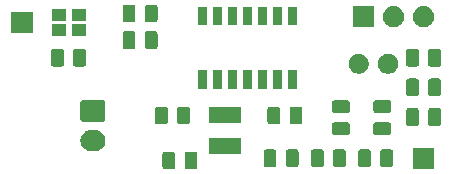
<source format=gbr>
G04 #@! TF.GenerationSoftware,KiCad,Pcbnew,5.0.2-bee76a0~70~ubuntu16.04.1*
G04 #@! TF.CreationDate,2019-07-30T15:32:40+02:00*
G04 #@! TF.ProjectId,hw-TS1B,68772d54-5331-4422-9e6b-696361645f70,rev?*
G04 #@! TF.SameCoordinates,Original*
G04 #@! TF.FileFunction,Soldermask,Top*
G04 #@! TF.FilePolarity,Negative*
%FSLAX46Y46*%
G04 Gerber Fmt 4.6, Leading zero omitted, Abs format (unit mm)*
G04 Created by KiCad (PCBNEW 5.0.2-bee76a0~70~ubuntu16.04.1) date Tue 30 Jul 2019 03:32:40 PM CEST*
%MOMM*%
%LPD*%
G01*
G04 APERTURE LIST*
%ADD10C,0.100000*%
G04 APERTURE END LIST*
D10*
G36*
X167679466Y-82438565D02*
X167718137Y-82450296D01*
X167753779Y-82469348D01*
X167785017Y-82494983D01*
X167810652Y-82526221D01*
X167829704Y-82561863D01*
X167841435Y-82600534D01*
X167846000Y-82646888D01*
X167846000Y-83723112D01*
X167841435Y-83769466D01*
X167829704Y-83808137D01*
X167810652Y-83843779D01*
X167785017Y-83875017D01*
X167753779Y-83900652D01*
X167718137Y-83919704D01*
X167679466Y-83931435D01*
X167633112Y-83936000D01*
X166981888Y-83936000D01*
X166935534Y-83931435D01*
X166896863Y-83919704D01*
X166861221Y-83900652D01*
X166829983Y-83875017D01*
X166804348Y-83843779D01*
X166785296Y-83808137D01*
X166773565Y-83769466D01*
X166769000Y-83723112D01*
X166769000Y-82646888D01*
X166773565Y-82600534D01*
X166785296Y-82561863D01*
X166804348Y-82526221D01*
X166829983Y-82494983D01*
X166861221Y-82469348D01*
X166896863Y-82450296D01*
X166935534Y-82438565D01*
X166981888Y-82434000D01*
X167633112Y-82434000D01*
X167679466Y-82438565D01*
X167679466Y-82438565D01*
G37*
G36*
X165804466Y-82438565D02*
X165843137Y-82450296D01*
X165878779Y-82469348D01*
X165910017Y-82494983D01*
X165935652Y-82526221D01*
X165954704Y-82561863D01*
X165966435Y-82600534D01*
X165971000Y-82646888D01*
X165971000Y-83723112D01*
X165966435Y-83769466D01*
X165954704Y-83808137D01*
X165935652Y-83843779D01*
X165910017Y-83875017D01*
X165878779Y-83900652D01*
X165843137Y-83919704D01*
X165804466Y-83931435D01*
X165758112Y-83936000D01*
X165106888Y-83936000D01*
X165060534Y-83931435D01*
X165021863Y-83919704D01*
X164986221Y-83900652D01*
X164954983Y-83875017D01*
X164929348Y-83843779D01*
X164910296Y-83808137D01*
X164898565Y-83769466D01*
X164894000Y-83723112D01*
X164894000Y-82646888D01*
X164898565Y-82600534D01*
X164910296Y-82561863D01*
X164929348Y-82526221D01*
X164954983Y-82494983D01*
X164986221Y-82469348D01*
X165021863Y-82450296D01*
X165060534Y-82438565D01*
X165106888Y-82434000D01*
X165758112Y-82434000D01*
X165804466Y-82438565D01*
X165804466Y-82438565D01*
G37*
G36*
X187901000Y-83901000D02*
X186099000Y-83901000D01*
X186099000Y-82099000D01*
X187901000Y-82099000D01*
X187901000Y-83901000D01*
X187901000Y-83901000D01*
G37*
G36*
X180246966Y-82253565D02*
X180285637Y-82265296D01*
X180321279Y-82284348D01*
X180352517Y-82309983D01*
X180378152Y-82341221D01*
X180397204Y-82376863D01*
X180408935Y-82415534D01*
X180413500Y-82461888D01*
X180413500Y-83538112D01*
X180408935Y-83584466D01*
X180397204Y-83623137D01*
X180378152Y-83658779D01*
X180352517Y-83690017D01*
X180321279Y-83715652D01*
X180285637Y-83734704D01*
X180246966Y-83746435D01*
X180200612Y-83751000D01*
X179549388Y-83751000D01*
X179503034Y-83746435D01*
X179464363Y-83734704D01*
X179428721Y-83715652D01*
X179397483Y-83690017D01*
X179371848Y-83658779D01*
X179352796Y-83623137D01*
X179341065Y-83584466D01*
X179336500Y-83538112D01*
X179336500Y-82461888D01*
X179341065Y-82415534D01*
X179352796Y-82376863D01*
X179371848Y-82341221D01*
X179397483Y-82309983D01*
X179428721Y-82284348D01*
X179464363Y-82265296D01*
X179503034Y-82253565D01*
X179549388Y-82249000D01*
X180200612Y-82249000D01*
X180246966Y-82253565D01*
X180246966Y-82253565D01*
G37*
G36*
X182371966Y-82253565D02*
X182410637Y-82265296D01*
X182446279Y-82284348D01*
X182477517Y-82309983D01*
X182503152Y-82341221D01*
X182522204Y-82376863D01*
X182533935Y-82415534D01*
X182538500Y-82461888D01*
X182538500Y-83538112D01*
X182533935Y-83584466D01*
X182522204Y-83623137D01*
X182503152Y-83658779D01*
X182477517Y-83690017D01*
X182446279Y-83715652D01*
X182410637Y-83734704D01*
X182371966Y-83746435D01*
X182325612Y-83751000D01*
X181674388Y-83751000D01*
X181628034Y-83746435D01*
X181589363Y-83734704D01*
X181553721Y-83715652D01*
X181522483Y-83690017D01*
X181496848Y-83658779D01*
X181477796Y-83623137D01*
X181466065Y-83584466D01*
X181461500Y-83538112D01*
X181461500Y-82461888D01*
X181466065Y-82415534D01*
X181477796Y-82376863D01*
X181496848Y-82341221D01*
X181522483Y-82309983D01*
X181553721Y-82284348D01*
X181589363Y-82265296D01*
X181628034Y-82253565D01*
X181674388Y-82249000D01*
X182325612Y-82249000D01*
X182371966Y-82253565D01*
X182371966Y-82253565D01*
G37*
G36*
X184246966Y-82253565D02*
X184285637Y-82265296D01*
X184321279Y-82284348D01*
X184352517Y-82309983D01*
X184378152Y-82341221D01*
X184397204Y-82376863D01*
X184408935Y-82415534D01*
X184413500Y-82461888D01*
X184413500Y-83538112D01*
X184408935Y-83584466D01*
X184397204Y-83623137D01*
X184378152Y-83658779D01*
X184352517Y-83690017D01*
X184321279Y-83715652D01*
X184285637Y-83734704D01*
X184246966Y-83746435D01*
X184200612Y-83751000D01*
X183549388Y-83751000D01*
X183503034Y-83746435D01*
X183464363Y-83734704D01*
X183428721Y-83715652D01*
X183397483Y-83690017D01*
X183371848Y-83658779D01*
X183352796Y-83623137D01*
X183341065Y-83584466D01*
X183336500Y-83538112D01*
X183336500Y-82461888D01*
X183341065Y-82415534D01*
X183352796Y-82376863D01*
X183371848Y-82341221D01*
X183397483Y-82309983D01*
X183428721Y-82284348D01*
X183464363Y-82265296D01*
X183503034Y-82253565D01*
X183549388Y-82249000D01*
X184200612Y-82249000D01*
X184246966Y-82253565D01*
X184246966Y-82253565D01*
G37*
G36*
X176246966Y-82253565D02*
X176285637Y-82265296D01*
X176321279Y-82284348D01*
X176352517Y-82309983D01*
X176378152Y-82341221D01*
X176397204Y-82376863D01*
X176408935Y-82415534D01*
X176413500Y-82461888D01*
X176413500Y-83538112D01*
X176408935Y-83584466D01*
X176397204Y-83623137D01*
X176378152Y-83658779D01*
X176352517Y-83690017D01*
X176321279Y-83715652D01*
X176285637Y-83734704D01*
X176246966Y-83746435D01*
X176200612Y-83751000D01*
X175549388Y-83751000D01*
X175503034Y-83746435D01*
X175464363Y-83734704D01*
X175428721Y-83715652D01*
X175397483Y-83690017D01*
X175371848Y-83658779D01*
X175352796Y-83623137D01*
X175341065Y-83584466D01*
X175336500Y-83538112D01*
X175336500Y-82461888D01*
X175341065Y-82415534D01*
X175352796Y-82376863D01*
X175371848Y-82341221D01*
X175397483Y-82309983D01*
X175428721Y-82284348D01*
X175464363Y-82265296D01*
X175503034Y-82253565D01*
X175549388Y-82249000D01*
X176200612Y-82249000D01*
X176246966Y-82253565D01*
X176246966Y-82253565D01*
G37*
G36*
X174371966Y-82253565D02*
X174410637Y-82265296D01*
X174446279Y-82284348D01*
X174477517Y-82309983D01*
X174503152Y-82341221D01*
X174522204Y-82376863D01*
X174533935Y-82415534D01*
X174538500Y-82461888D01*
X174538500Y-83538112D01*
X174533935Y-83584466D01*
X174522204Y-83623137D01*
X174503152Y-83658779D01*
X174477517Y-83690017D01*
X174446279Y-83715652D01*
X174410637Y-83734704D01*
X174371966Y-83746435D01*
X174325612Y-83751000D01*
X173674388Y-83751000D01*
X173628034Y-83746435D01*
X173589363Y-83734704D01*
X173553721Y-83715652D01*
X173522483Y-83690017D01*
X173496848Y-83658779D01*
X173477796Y-83623137D01*
X173466065Y-83584466D01*
X173461500Y-83538112D01*
X173461500Y-82461888D01*
X173466065Y-82415534D01*
X173477796Y-82376863D01*
X173496848Y-82341221D01*
X173522483Y-82309983D01*
X173553721Y-82284348D01*
X173589363Y-82265296D01*
X173628034Y-82253565D01*
X173674388Y-82249000D01*
X174325612Y-82249000D01*
X174371966Y-82253565D01*
X174371966Y-82253565D01*
G37*
G36*
X178371966Y-82253565D02*
X178410637Y-82265296D01*
X178446279Y-82284348D01*
X178477517Y-82309983D01*
X178503152Y-82341221D01*
X178522204Y-82376863D01*
X178533935Y-82415534D01*
X178538500Y-82461888D01*
X178538500Y-83538112D01*
X178533935Y-83584466D01*
X178522204Y-83623137D01*
X178503152Y-83658779D01*
X178477517Y-83690017D01*
X178446279Y-83715652D01*
X178410637Y-83734704D01*
X178371966Y-83746435D01*
X178325612Y-83751000D01*
X177674388Y-83751000D01*
X177628034Y-83746435D01*
X177589363Y-83734704D01*
X177553721Y-83715652D01*
X177522483Y-83690017D01*
X177496848Y-83658779D01*
X177477796Y-83623137D01*
X177466065Y-83584466D01*
X177461500Y-83538112D01*
X177461500Y-82461888D01*
X177466065Y-82415534D01*
X177477796Y-82376863D01*
X177496848Y-82341221D01*
X177522483Y-82309983D01*
X177553721Y-82284348D01*
X177589363Y-82265296D01*
X177628034Y-82253565D01*
X177674388Y-82249000D01*
X178325612Y-82249000D01*
X178371966Y-82253565D01*
X178371966Y-82253565D01*
G37*
G36*
X171506000Y-82616000D02*
X168854000Y-82616000D01*
X168854000Y-81294000D01*
X171506000Y-81294000D01*
X171506000Y-82616000D01*
X171506000Y-82616000D01*
G37*
G36*
X159260443Y-80605519D02*
X159326627Y-80612037D01*
X159439853Y-80646384D01*
X159496467Y-80663557D01*
X159635087Y-80737652D01*
X159652991Y-80747222D01*
X159679832Y-80769250D01*
X159790186Y-80859814D01*
X159861145Y-80946279D01*
X159902778Y-80997009D01*
X159912348Y-81014913D01*
X159986443Y-81153533D01*
X159986443Y-81153534D01*
X160037963Y-81323373D01*
X160055359Y-81500000D01*
X160037963Y-81676627D01*
X160003616Y-81789853D01*
X159986443Y-81846467D01*
X159912348Y-81985087D01*
X159902778Y-82002991D01*
X159873448Y-82038729D01*
X159790186Y-82140186D01*
X159688729Y-82223448D01*
X159652991Y-82252778D01*
X159652989Y-82252779D01*
X159496467Y-82336443D01*
X159439853Y-82353616D01*
X159326627Y-82387963D01*
X159260442Y-82394482D01*
X159194260Y-82401000D01*
X158805740Y-82401000D01*
X158739558Y-82394482D01*
X158673373Y-82387963D01*
X158560147Y-82353616D01*
X158503533Y-82336443D01*
X158347011Y-82252779D01*
X158347009Y-82252778D01*
X158311271Y-82223448D01*
X158209814Y-82140186D01*
X158126552Y-82038729D01*
X158097222Y-82002991D01*
X158087652Y-81985087D01*
X158013557Y-81846467D01*
X157996384Y-81789853D01*
X157962037Y-81676627D01*
X157944641Y-81500000D01*
X157962037Y-81323373D01*
X158013557Y-81153534D01*
X158013557Y-81153533D01*
X158087652Y-81014913D01*
X158097222Y-80997009D01*
X158138855Y-80946279D01*
X158209814Y-80859814D01*
X158320168Y-80769250D01*
X158347009Y-80747222D01*
X158364913Y-80737652D01*
X158503533Y-80663557D01*
X158560147Y-80646384D01*
X158673373Y-80612037D01*
X158739557Y-80605519D01*
X158805740Y-80599000D01*
X159194260Y-80599000D01*
X159260443Y-80605519D01*
X159260443Y-80605519D01*
G37*
G36*
X184084466Y-79966065D02*
X184123137Y-79977796D01*
X184158779Y-79996848D01*
X184190017Y-80022483D01*
X184215652Y-80053721D01*
X184234704Y-80089363D01*
X184246435Y-80128034D01*
X184251000Y-80174388D01*
X184251000Y-80825612D01*
X184246435Y-80871966D01*
X184234704Y-80910637D01*
X184215652Y-80946279D01*
X184190017Y-80977517D01*
X184158779Y-81003152D01*
X184123137Y-81022204D01*
X184084466Y-81033935D01*
X184038112Y-81038500D01*
X182961888Y-81038500D01*
X182915534Y-81033935D01*
X182876863Y-81022204D01*
X182841221Y-81003152D01*
X182809983Y-80977517D01*
X182784348Y-80946279D01*
X182765296Y-80910637D01*
X182753565Y-80871966D01*
X182749000Y-80825612D01*
X182749000Y-80174388D01*
X182753565Y-80128034D01*
X182765296Y-80089363D01*
X182784348Y-80053721D01*
X182809983Y-80022483D01*
X182841221Y-79996848D01*
X182876863Y-79977796D01*
X182915534Y-79966065D01*
X182961888Y-79961500D01*
X184038112Y-79961500D01*
X184084466Y-79966065D01*
X184084466Y-79966065D01*
G37*
G36*
X180584466Y-79966065D02*
X180623137Y-79977796D01*
X180658779Y-79996848D01*
X180690017Y-80022483D01*
X180715652Y-80053721D01*
X180734704Y-80089363D01*
X180746435Y-80128034D01*
X180751000Y-80174388D01*
X180751000Y-80825612D01*
X180746435Y-80871966D01*
X180734704Y-80910637D01*
X180715652Y-80946279D01*
X180690017Y-80977517D01*
X180658779Y-81003152D01*
X180623137Y-81022204D01*
X180584466Y-81033935D01*
X180538112Y-81038500D01*
X179461888Y-81038500D01*
X179415534Y-81033935D01*
X179376863Y-81022204D01*
X179341221Y-81003152D01*
X179309983Y-80977517D01*
X179284348Y-80946279D01*
X179265296Y-80910637D01*
X179253565Y-80871966D01*
X179249000Y-80825612D01*
X179249000Y-80174388D01*
X179253565Y-80128034D01*
X179265296Y-80089363D01*
X179284348Y-80053721D01*
X179309983Y-80022483D01*
X179341221Y-79996848D01*
X179376863Y-79977796D01*
X179415534Y-79966065D01*
X179461888Y-79961500D01*
X180538112Y-79961500D01*
X180584466Y-79966065D01*
X180584466Y-79966065D01*
G37*
G36*
X186434466Y-78753565D02*
X186473137Y-78765296D01*
X186508779Y-78784348D01*
X186540017Y-78809983D01*
X186565652Y-78841221D01*
X186584704Y-78876863D01*
X186596435Y-78915534D01*
X186601000Y-78961888D01*
X186601000Y-80038112D01*
X186596435Y-80084466D01*
X186584704Y-80123137D01*
X186565652Y-80158779D01*
X186540017Y-80190017D01*
X186508779Y-80215652D01*
X186473137Y-80234704D01*
X186434466Y-80246435D01*
X186388112Y-80251000D01*
X185736888Y-80251000D01*
X185690534Y-80246435D01*
X185651863Y-80234704D01*
X185616221Y-80215652D01*
X185584983Y-80190017D01*
X185559348Y-80158779D01*
X185540296Y-80123137D01*
X185528565Y-80084466D01*
X185524000Y-80038112D01*
X185524000Y-78961888D01*
X185528565Y-78915534D01*
X185540296Y-78876863D01*
X185559348Y-78841221D01*
X185584983Y-78809983D01*
X185616221Y-78784348D01*
X185651863Y-78765296D01*
X185690534Y-78753565D01*
X185736888Y-78749000D01*
X186388112Y-78749000D01*
X186434466Y-78753565D01*
X186434466Y-78753565D01*
G37*
G36*
X188309466Y-78753565D02*
X188348137Y-78765296D01*
X188383779Y-78784348D01*
X188415017Y-78809983D01*
X188440652Y-78841221D01*
X188459704Y-78876863D01*
X188471435Y-78915534D01*
X188476000Y-78961888D01*
X188476000Y-80038112D01*
X188471435Y-80084466D01*
X188459704Y-80123137D01*
X188440652Y-80158779D01*
X188415017Y-80190017D01*
X188383779Y-80215652D01*
X188348137Y-80234704D01*
X188309466Y-80246435D01*
X188263112Y-80251000D01*
X187611888Y-80251000D01*
X187565534Y-80246435D01*
X187526863Y-80234704D01*
X187491221Y-80215652D01*
X187459983Y-80190017D01*
X187434348Y-80158779D01*
X187415296Y-80123137D01*
X187403565Y-80084466D01*
X187399000Y-80038112D01*
X187399000Y-78961888D01*
X187403565Y-78915534D01*
X187415296Y-78876863D01*
X187434348Y-78841221D01*
X187459983Y-78809983D01*
X187491221Y-78784348D01*
X187526863Y-78765296D01*
X187565534Y-78753565D01*
X187611888Y-78749000D01*
X188263112Y-78749000D01*
X188309466Y-78753565D01*
X188309466Y-78753565D01*
G37*
G36*
X174694466Y-78628565D02*
X174733137Y-78640296D01*
X174768779Y-78659348D01*
X174800017Y-78684983D01*
X174825652Y-78716221D01*
X174844704Y-78751863D01*
X174856435Y-78790534D01*
X174861000Y-78836888D01*
X174861000Y-79913112D01*
X174856435Y-79959466D01*
X174844704Y-79998137D01*
X174825652Y-80033779D01*
X174800017Y-80065017D01*
X174768779Y-80090652D01*
X174733137Y-80109704D01*
X174694466Y-80121435D01*
X174648112Y-80126000D01*
X173996888Y-80126000D01*
X173950534Y-80121435D01*
X173911863Y-80109704D01*
X173876221Y-80090652D01*
X173844983Y-80065017D01*
X173819348Y-80033779D01*
X173800296Y-79998137D01*
X173788565Y-79959466D01*
X173784000Y-79913112D01*
X173784000Y-78836888D01*
X173788565Y-78790534D01*
X173800296Y-78751863D01*
X173819348Y-78716221D01*
X173844983Y-78684983D01*
X173876221Y-78659348D01*
X173911863Y-78640296D01*
X173950534Y-78628565D01*
X173996888Y-78624000D01*
X174648112Y-78624000D01*
X174694466Y-78628565D01*
X174694466Y-78628565D01*
G37*
G36*
X165169466Y-78628565D02*
X165208137Y-78640296D01*
X165243779Y-78659348D01*
X165275017Y-78684983D01*
X165300652Y-78716221D01*
X165319704Y-78751863D01*
X165331435Y-78790534D01*
X165336000Y-78836888D01*
X165336000Y-79913112D01*
X165331435Y-79959466D01*
X165319704Y-79998137D01*
X165300652Y-80033779D01*
X165275017Y-80065017D01*
X165243779Y-80090652D01*
X165208137Y-80109704D01*
X165169466Y-80121435D01*
X165123112Y-80126000D01*
X164471888Y-80126000D01*
X164425534Y-80121435D01*
X164386863Y-80109704D01*
X164351221Y-80090652D01*
X164319983Y-80065017D01*
X164294348Y-80033779D01*
X164275296Y-79998137D01*
X164263565Y-79959466D01*
X164259000Y-79913112D01*
X164259000Y-78836888D01*
X164263565Y-78790534D01*
X164275296Y-78751863D01*
X164294348Y-78716221D01*
X164319983Y-78684983D01*
X164351221Y-78659348D01*
X164386863Y-78640296D01*
X164425534Y-78628565D01*
X164471888Y-78624000D01*
X165123112Y-78624000D01*
X165169466Y-78628565D01*
X165169466Y-78628565D01*
G37*
G36*
X167044466Y-78628565D02*
X167083137Y-78640296D01*
X167118779Y-78659348D01*
X167150017Y-78684983D01*
X167175652Y-78716221D01*
X167194704Y-78751863D01*
X167206435Y-78790534D01*
X167211000Y-78836888D01*
X167211000Y-79913112D01*
X167206435Y-79959466D01*
X167194704Y-79998137D01*
X167175652Y-80033779D01*
X167150017Y-80065017D01*
X167118779Y-80090652D01*
X167083137Y-80109704D01*
X167044466Y-80121435D01*
X166998112Y-80126000D01*
X166346888Y-80126000D01*
X166300534Y-80121435D01*
X166261863Y-80109704D01*
X166226221Y-80090652D01*
X166194983Y-80065017D01*
X166169348Y-80033779D01*
X166150296Y-79998137D01*
X166138565Y-79959466D01*
X166134000Y-79913112D01*
X166134000Y-78836888D01*
X166138565Y-78790534D01*
X166150296Y-78751863D01*
X166169348Y-78716221D01*
X166194983Y-78684983D01*
X166226221Y-78659348D01*
X166261863Y-78640296D01*
X166300534Y-78628565D01*
X166346888Y-78624000D01*
X166998112Y-78624000D01*
X167044466Y-78628565D01*
X167044466Y-78628565D01*
G37*
G36*
X176569466Y-78628565D02*
X176608137Y-78640296D01*
X176643779Y-78659348D01*
X176675017Y-78684983D01*
X176700652Y-78716221D01*
X176719704Y-78751863D01*
X176731435Y-78790534D01*
X176736000Y-78836888D01*
X176736000Y-79913112D01*
X176731435Y-79959466D01*
X176719704Y-79998137D01*
X176700652Y-80033779D01*
X176675017Y-80065017D01*
X176643779Y-80090652D01*
X176608137Y-80109704D01*
X176569466Y-80121435D01*
X176523112Y-80126000D01*
X175871888Y-80126000D01*
X175825534Y-80121435D01*
X175786863Y-80109704D01*
X175751221Y-80090652D01*
X175719983Y-80065017D01*
X175694348Y-80033779D01*
X175675296Y-79998137D01*
X175663565Y-79959466D01*
X175659000Y-79913112D01*
X175659000Y-78836888D01*
X175663565Y-78790534D01*
X175675296Y-78751863D01*
X175694348Y-78716221D01*
X175719983Y-78684983D01*
X175751221Y-78659348D01*
X175786863Y-78640296D01*
X175825534Y-78628565D01*
X175871888Y-78624000D01*
X176523112Y-78624000D01*
X176569466Y-78628565D01*
X176569466Y-78628565D01*
G37*
G36*
X171506000Y-79996000D02*
X168854000Y-79996000D01*
X168854000Y-78674000D01*
X171506000Y-78674000D01*
X171506000Y-79996000D01*
X171506000Y-79996000D01*
G37*
G36*
X159908600Y-78102989D02*
X159941649Y-78113014D01*
X159972106Y-78129294D01*
X159998799Y-78151201D01*
X160020706Y-78177894D01*
X160036986Y-78208351D01*
X160047011Y-78241400D01*
X160051000Y-78281904D01*
X160051000Y-79718096D01*
X160047011Y-79758600D01*
X160036986Y-79791649D01*
X160020706Y-79822106D01*
X159998799Y-79848799D01*
X159972106Y-79870706D01*
X159941649Y-79886986D01*
X159908600Y-79897011D01*
X159868096Y-79901000D01*
X158131904Y-79901000D01*
X158091400Y-79897011D01*
X158058351Y-79886986D01*
X158027894Y-79870706D01*
X158001201Y-79848799D01*
X157979294Y-79822106D01*
X157963014Y-79791649D01*
X157952989Y-79758600D01*
X157949000Y-79718096D01*
X157949000Y-78281904D01*
X157952989Y-78241400D01*
X157963014Y-78208351D01*
X157979294Y-78177894D01*
X158001201Y-78151201D01*
X158027894Y-78129294D01*
X158058351Y-78113014D01*
X158091400Y-78102989D01*
X158131904Y-78099000D01*
X159868096Y-78099000D01*
X159908600Y-78102989D01*
X159908600Y-78102989D01*
G37*
G36*
X184084466Y-78091065D02*
X184123137Y-78102796D01*
X184158779Y-78121848D01*
X184190017Y-78147483D01*
X184215652Y-78178721D01*
X184234704Y-78214363D01*
X184246435Y-78253034D01*
X184251000Y-78299388D01*
X184251000Y-78950612D01*
X184246435Y-78996966D01*
X184234704Y-79035637D01*
X184215652Y-79071279D01*
X184190017Y-79102517D01*
X184158779Y-79128152D01*
X184123137Y-79147204D01*
X184084466Y-79158935D01*
X184038112Y-79163500D01*
X182961888Y-79163500D01*
X182915534Y-79158935D01*
X182876863Y-79147204D01*
X182841221Y-79128152D01*
X182809983Y-79102517D01*
X182784348Y-79071279D01*
X182765296Y-79035637D01*
X182753565Y-78996966D01*
X182749000Y-78950612D01*
X182749000Y-78299388D01*
X182753565Y-78253034D01*
X182765296Y-78214363D01*
X182784348Y-78178721D01*
X182809983Y-78147483D01*
X182841221Y-78121848D01*
X182876863Y-78102796D01*
X182915534Y-78091065D01*
X182961888Y-78086500D01*
X184038112Y-78086500D01*
X184084466Y-78091065D01*
X184084466Y-78091065D01*
G37*
G36*
X180584466Y-78091065D02*
X180623137Y-78102796D01*
X180658779Y-78121848D01*
X180690017Y-78147483D01*
X180715652Y-78178721D01*
X180734704Y-78214363D01*
X180746435Y-78253034D01*
X180751000Y-78299388D01*
X180751000Y-78950612D01*
X180746435Y-78996966D01*
X180734704Y-79035637D01*
X180715652Y-79071279D01*
X180690017Y-79102517D01*
X180658779Y-79128152D01*
X180623137Y-79147204D01*
X180584466Y-79158935D01*
X180538112Y-79163500D01*
X179461888Y-79163500D01*
X179415534Y-79158935D01*
X179376863Y-79147204D01*
X179341221Y-79128152D01*
X179309983Y-79102517D01*
X179284348Y-79071279D01*
X179265296Y-79035637D01*
X179253565Y-78996966D01*
X179249000Y-78950612D01*
X179249000Y-78299388D01*
X179253565Y-78253034D01*
X179265296Y-78214363D01*
X179284348Y-78178721D01*
X179309983Y-78147483D01*
X179341221Y-78121848D01*
X179376863Y-78102796D01*
X179415534Y-78091065D01*
X179461888Y-78086500D01*
X180538112Y-78086500D01*
X180584466Y-78091065D01*
X180584466Y-78091065D01*
G37*
G36*
X186434466Y-76253565D02*
X186473137Y-76265296D01*
X186508779Y-76284348D01*
X186540017Y-76309983D01*
X186565652Y-76341221D01*
X186584704Y-76376863D01*
X186596435Y-76415534D01*
X186601000Y-76461888D01*
X186601000Y-77538112D01*
X186596435Y-77584466D01*
X186584704Y-77623137D01*
X186565652Y-77658779D01*
X186540017Y-77690017D01*
X186508779Y-77715652D01*
X186473137Y-77734704D01*
X186434466Y-77746435D01*
X186388112Y-77751000D01*
X185736888Y-77751000D01*
X185690534Y-77746435D01*
X185651863Y-77734704D01*
X185616221Y-77715652D01*
X185584983Y-77690017D01*
X185559348Y-77658779D01*
X185540296Y-77623137D01*
X185528565Y-77584466D01*
X185524000Y-77538112D01*
X185524000Y-76461888D01*
X185528565Y-76415534D01*
X185540296Y-76376863D01*
X185559348Y-76341221D01*
X185584983Y-76309983D01*
X185616221Y-76284348D01*
X185651863Y-76265296D01*
X185690534Y-76253565D01*
X185736888Y-76249000D01*
X186388112Y-76249000D01*
X186434466Y-76253565D01*
X186434466Y-76253565D01*
G37*
G36*
X188309466Y-76253565D02*
X188348137Y-76265296D01*
X188383779Y-76284348D01*
X188415017Y-76309983D01*
X188440652Y-76341221D01*
X188459704Y-76376863D01*
X188471435Y-76415534D01*
X188476000Y-76461888D01*
X188476000Y-77538112D01*
X188471435Y-77584466D01*
X188459704Y-77623137D01*
X188440652Y-77658779D01*
X188415017Y-77690017D01*
X188383779Y-77715652D01*
X188348137Y-77734704D01*
X188309466Y-77746435D01*
X188263112Y-77751000D01*
X187611888Y-77751000D01*
X187565534Y-77746435D01*
X187526863Y-77734704D01*
X187491221Y-77715652D01*
X187459983Y-77690017D01*
X187434348Y-77658779D01*
X187415296Y-77623137D01*
X187403565Y-77584466D01*
X187399000Y-77538112D01*
X187399000Y-76461888D01*
X187403565Y-76415534D01*
X187415296Y-76376863D01*
X187434348Y-76341221D01*
X187459983Y-76309983D01*
X187491221Y-76284348D01*
X187526863Y-76265296D01*
X187565534Y-76253565D01*
X187611888Y-76249000D01*
X188263112Y-76249000D01*
X188309466Y-76253565D01*
X188309466Y-76253565D01*
G37*
G36*
X169896000Y-77161000D02*
X169194000Y-77161000D01*
X169194000Y-75559000D01*
X169896000Y-75559000D01*
X169896000Y-77161000D01*
X169896000Y-77161000D01*
G37*
G36*
X168626000Y-77161000D02*
X167924000Y-77161000D01*
X167924000Y-75559000D01*
X168626000Y-75559000D01*
X168626000Y-77161000D01*
X168626000Y-77161000D01*
G37*
G36*
X171166000Y-77161000D02*
X170464000Y-77161000D01*
X170464000Y-75559000D01*
X171166000Y-75559000D01*
X171166000Y-77161000D01*
X171166000Y-77161000D01*
G37*
G36*
X172436000Y-77161000D02*
X171734000Y-77161000D01*
X171734000Y-75559000D01*
X172436000Y-75559000D01*
X172436000Y-77161000D01*
X172436000Y-77161000D01*
G37*
G36*
X174976000Y-77161000D02*
X174274000Y-77161000D01*
X174274000Y-75559000D01*
X174976000Y-75559000D01*
X174976000Y-77161000D01*
X174976000Y-77161000D01*
G37*
G36*
X176246000Y-77161000D02*
X175544000Y-77161000D01*
X175544000Y-75559000D01*
X176246000Y-75559000D01*
X176246000Y-77161000D01*
X176246000Y-77161000D01*
G37*
G36*
X173706000Y-77161000D02*
X173004000Y-77161000D01*
X173004000Y-75559000D01*
X173706000Y-75559000D01*
X173706000Y-77161000D01*
X173706000Y-77161000D01*
G37*
G36*
X181748228Y-74181703D02*
X181903100Y-74245853D01*
X182042481Y-74338985D01*
X182161015Y-74457519D01*
X182254147Y-74596900D01*
X182318297Y-74751772D01*
X182351000Y-74916184D01*
X182351000Y-75083816D01*
X182318297Y-75248228D01*
X182254147Y-75403100D01*
X182161015Y-75542481D01*
X182042481Y-75661015D01*
X181903100Y-75754147D01*
X181748228Y-75818297D01*
X181583816Y-75851000D01*
X181416184Y-75851000D01*
X181251772Y-75818297D01*
X181096900Y-75754147D01*
X180957519Y-75661015D01*
X180838985Y-75542481D01*
X180745853Y-75403100D01*
X180681703Y-75248228D01*
X180649000Y-75083816D01*
X180649000Y-74916184D01*
X180681703Y-74751772D01*
X180745853Y-74596900D01*
X180838985Y-74457519D01*
X180957519Y-74338985D01*
X181096900Y-74245853D01*
X181251772Y-74181703D01*
X181416184Y-74149000D01*
X181583816Y-74149000D01*
X181748228Y-74181703D01*
X181748228Y-74181703D01*
G37*
G36*
X184248228Y-74181703D02*
X184403100Y-74245853D01*
X184542481Y-74338985D01*
X184661015Y-74457519D01*
X184754147Y-74596900D01*
X184818297Y-74751772D01*
X184851000Y-74916184D01*
X184851000Y-75083816D01*
X184818297Y-75248228D01*
X184754147Y-75403100D01*
X184661015Y-75542481D01*
X184542481Y-75661015D01*
X184403100Y-75754147D01*
X184248228Y-75818297D01*
X184083816Y-75851000D01*
X183916184Y-75851000D01*
X183751772Y-75818297D01*
X183596900Y-75754147D01*
X183457519Y-75661015D01*
X183338985Y-75542481D01*
X183245853Y-75403100D01*
X183181703Y-75248228D01*
X183149000Y-75083816D01*
X183149000Y-74916184D01*
X183181703Y-74751772D01*
X183245853Y-74596900D01*
X183338985Y-74457519D01*
X183457519Y-74338985D01*
X183596900Y-74245853D01*
X183751772Y-74181703D01*
X183916184Y-74149000D01*
X184083816Y-74149000D01*
X184248228Y-74181703D01*
X184248228Y-74181703D01*
G37*
G36*
X156371966Y-73753565D02*
X156410637Y-73765296D01*
X156446279Y-73784348D01*
X156477517Y-73809983D01*
X156503152Y-73841221D01*
X156522204Y-73876863D01*
X156533935Y-73915534D01*
X156538500Y-73961888D01*
X156538500Y-75038112D01*
X156533935Y-75084466D01*
X156522204Y-75123137D01*
X156503152Y-75158779D01*
X156477517Y-75190017D01*
X156446279Y-75215652D01*
X156410637Y-75234704D01*
X156371966Y-75246435D01*
X156325612Y-75251000D01*
X155674388Y-75251000D01*
X155628034Y-75246435D01*
X155589363Y-75234704D01*
X155553721Y-75215652D01*
X155522483Y-75190017D01*
X155496848Y-75158779D01*
X155477796Y-75123137D01*
X155466065Y-75084466D01*
X155461500Y-75038112D01*
X155461500Y-73961888D01*
X155466065Y-73915534D01*
X155477796Y-73876863D01*
X155496848Y-73841221D01*
X155522483Y-73809983D01*
X155553721Y-73784348D01*
X155589363Y-73765296D01*
X155628034Y-73753565D01*
X155674388Y-73749000D01*
X156325612Y-73749000D01*
X156371966Y-73753565D01*
X156371966Y-73753565D01*
G37*
G36*
X158246966Y-73753565D02*
X158285637Y-73765296D01*
X158321279Y-73784348D01*
X158352517Y-73809983D01*
X158378152Y-73841221D01*
X158397204Y-73876863D01*
X158408935Y-73915534D01*
X158413500Y-73961888D01*
X158413500Y-75038112D01*
X158408935Y-75084466D01*
X158397204Y-75123137D01*
X158378152Y-75158779D01*
X158352517Y-75190017D01*
X158321279Y-75215652D01*
X158285637Y-75234704D01*
X158246966Y-75246435D01*
X158200612Y-75251000D01*
X157549388Y-75251000D01*
X157503034Y-75246435D01*
X157464363Y-75234704D01*
X157428721Y-75215652D01*
X157397483Y-75190017D01*
X157371848Y-75158779D01*
X157352796Y-75123137D01*
X157341065Y-75084466D01*
X157336500Y-75038112D01*
X157336500Y-73961888D01*
X157341065Y-73915534D01*
X157352796Y-73876863D01*
X157371848Y-73841221D01*
X157397483Y-73809983D01*
X157428721Y-73784348D01*
X157464363Y-73765296D01*
X157503034Y-73753565D01*
X157549388Y-73749000D01*
X158200612Y-73749000D01*
X158246966Y-73753565D01*
X158246966Y-73753565D01*
G37*
G36*
X186434466Y-73753565D02*
X186473137Y-73765296D01*
X186508779Y-73784348D01*
X186540017Y-73809983D01*
X186565652Y-73841221D01*
X186584704Y-73876863D01*
X186596435Y-73915534D01*
X186601000Y-73961888D01*
X186601000Y-75038112D01*
X186596435Y-75084466D01*
X186584704Y-75123137D01*
X186565652Y-75158779D01*
X186540017Y-75190017D01*
X186508779Y-75215652D01*
X186473137Y-75234704D01*
X186434466Y-75246435D01*
X186388112Y-75251000D01*
X185736888Y-75251000D01*
X185690534Y-75246435D01*
X185651863Y-75234704D01*
X185616221Y-75215652D01*
X185584983Y-75190017D01*
X185559348Y-75158779D01*
X185540296Y-75123137D01*
X185528565Y-75084466D01*
X185524000Y-75038112D01*
X185524000Y-73961888D01*
X185528565Y-73915534D01*
X185540296Y-73876863D01*
X185559348Y-73841221D01*
X185584983Y-73809983D01*
X185616221Y-73784348D01*
X185651863Y-73765296D01*
X185690534Y-73753565D01*
X185736888Y-73749000D01*
X186388112Y-73749000D01*
X186434466Y-73753565D01*
X186434466Y-73753565D01*
G37*
G36*
X188309466Y-73753565D02*
X188348137Y-73765296D01*
X188383779Y-73784348D01*
X188415017Y-73809983D01*
X188440652Y-73841221D01*
X188459704Y-73876863D01*
X188471435Y-73915534D01*
X188476000Y-73961888D01*
X188476000Y-75038112D01*
X188471435Y-75084466D01*
X188459704Y-75123137D01*
X188440652Y-75158779D01*
X188415017Y-75190017D01*
X188383779Y-75215652D01*
X188348137Y-75234704D01*
X188309466Y-75246435D01*
X188263112Y-75251000D01*
X187611888Y-75251000D01*
X187565534Y-75246435D01*
X187526863Y-75234704D01*
X187491221Y-75215652D01*
X187459983Y-75190017D01*
X187434348Y-75158779D01*
X187415296Y-75123137D01*
X187403565Y-75084466D01*
X187399000Y-75038112D01*
X187399000Y-73961888D01*
X187403565Y-73915534D01*
X187415296Y-73876863D01*
X187434348Y-73841221D01*
X187459983Y-73809983D01*
X187491221Y-73784348D01*
X187526863Y-73765296D01*
X187565534Y-73753565D01*
X187611888Y-73749000D01*
X188263112Y-73749000D01*
X188309466Y-73753565D01*
X188309466Y-73753565D01*
G37*
G36*
X162434466Y-72253565D02*
X162473137Y-72265296D01*
X162508779Y-72284348D01*
X162540017Y-72309983D01*
X162565652Y-72341221D01*
X162584704Y-72376863D01*
X162596435Y-72415534D01*
X162601000Y-72461888D01*
X162601000Y-73538112D01*
X162596435Y-73584466D01*
X162584704Y-73623137D01*
X162565652Y-73658779D01*
X162540017Y-73690017D01*
X162508779Y-73715652D01*
X162473137Y-73734704D01*
X162434466Y-73746435D01*
X162388112Y-73751000D01*
X161736888Y-73751000D01*
X161690534Y-73746435D01*
X161651863Y-73734704D01*
X161616221Y-73715652D01*
X161584983Y-73690017D01*
X161559348Y-73658779D01*
X161540296Y-73623137D01*
X161528565Y-73584466D01*
X161524000Y-73538112D01*
X161524000Y-72461888D01*
X161528565Y-72415534D01*
X161540296Y-72376863D01*
X161559348Y-72341221D01*
X161584983Y-72309983D01*
X161616221Y-72284348D01*
X161651863Y-72265296D01*
X161690534Y-72253565D01*
X161736888Y-72249000D01*
X162388112Y-72249000D01*
X162434466Y-72253565D01*
X162434466Y-72253565D01*
G37*
G36*
X164309466Y-72253565D02*
X164348137Y-72265296D01*
X164383779Y-72284348D01*
X164415017Y-72309983D01*
X164440652Y-72341221D01*
X164459704Y-72376863D01*
X164471435Y-72415534D01*
X164476000Y-72461888D01*
X164476000Y-73538112D01*
X164471435Y-73584466D01*
X164459704Y-73623137D01*
X164440652Y-73658779D01*
X164415017Y-73690017D01*
X164383779Y-73715652D01*
X164348137Y-73734704D01*
X164309466Y-73746435D01*
X164263112Y-73751000D01*
X163611888Y-73751000D01*
X163565534Y-73746435D01*
X163526863Y-73734704D01*
X163491221Y-73715652D01*
X163459983Y-73690017D01*
X163434348Y-73658779D01*
X163415296Y-73623137D01*
X163403565Y-73584466D01*
X163399000Y-73538112D01*
X163399000Y-72461888D01*
X163403565Y-72415534D01*
X163415296Y-72376863D01*
X163434348Y-72341221D01*
X163459983Y-72309983D01*
X163491221Y-72284348D01*
X163526863Y-72265296D01*
X163565534Y-72253565D01*
X163611888Y-72249000D01*
X164263112Y-72249000D01*
X164309466Y-72253565D01*
X164309466Y-72253565D01*
G37*
G36*
X158451000Y-72651000D02*
X157249000Y-72651000D01*
X157249000Y-71649000D01*
X158451000Y-71649000D01*
X158451000Y-72651000D01*
X158451000Y-72651000D01*
G37*
G36*
X156751000Y-72651000D02*
X155549000Y-72651000D01*
X155549000Y-71649000D01*
X156751000Y-71649000D01*
X156751000Y-72651000D01*
X156751000Y-72651000D01*
G37*
G36*
X153901000Y-72401000D02*
X152099000Y-72401000D01*
X152099000Y-70599000D01*
X153901000Y-70599000D01*
X153901000Y-72401000D01*
X153901000Y-72401000D01*
G37*
G36*
X187110442Y-70105518D02*
X187176627Y-70112037D01*
X187289853Y-70146384D01*
X187346467Y-70163557D01*
X187444059Y-70215722D01*
X187502991Y-70247222D01*
X187538729Y-70276552D01*
X187640186Y-70359814D01*
X187723448Y-70461271D01*
X187752778Y-70497009D01*
X187752779Y-70497011D01*
X187836443Y-70653533D01*
X187836443Y-70653534D01*
X187887963Y-70823373D01*
X187905359Y-71000000D01*
X187887963Y-71176627D01*
X187855307Y-71284278D01*
X187836443Y-71346467D01*
X187834020Y-71351000D01*
X187752778Y-71502991D01*
X187723448Y-71538729D01*
X187640186Y-71640186D01*
X187538729Y-71723448D01*
X187502991Y-71752778D01*
X187502989Y-71752779D01*
X187346467Y-71836443D01*
X187289853Y-71853616D01*
X187176627Y-71887963D01*
X187110443Y-71894481D01*
X187044260Y-71901000D01*
X186955740Y-71901000D01*
X186889557Y-71894481D01*
X186823373Y-71887963D01*
X186710147Y-71853616D01*
X186653533Y-71836443D01*
X186497011Y-71752779D01*
X186497009Y-71752778D01*
X186461271Y-71723448D01*
X186359814Y-71640186D01*
X186276552Y-71538729D01*
X186247222Y-71502991D01*
X186165980Y-71351000D01*
X186163557Y-71346467D01*
X186144693Y-71284278D01*
X186112037Y-71176627D01*
X186094641Y-71000000D01*
X186112037Y-70823373D01*
X186163557Y-70653534D01*
X186163557Y-70653533D01*
X186247221Y-70497011D01*
X186247222Y-70497009D01*
X186276552Y-70461271D01*
X186359814Y-70359814D01*
X186461271Y-70276552D01*
X186497009Y-70247222D01*
X186555941Y-70215722D01*
X186653533Y-70163557D01*
X186710147Y-70146384D01*
X186823373Y-70112037D01*
X186889558Y-70105518D01*
X186955740Y-70099000D01*
X187044260Y-70099000D01*
X187110442Y-70105518D01*
X187110442Y-70105518D01*
G37*
G36*
X184570442Y-70105518D02*
X184636627Y-70112037D01*
X184749853Y-70146384D01*
X184806467Y-70163557D01*
X184904059Y-70215722D01*
X184962991Y-70247222D01*
X184998729Y-70276552D01*
X185100186Y-70359814D01*
X185183448Y-70461271D01*
X185212778Y-70497009D01*
X185212779Y-70497011D01*
X185296443Y-70653533D01*
X185296443Y-70653534D01*
X185347963Y-70823373D01*
X185365359Y-71000000D01*
X185347963Y-71176627D01*
X185315307Y-71284278D01*
X185296443Y-71346467D01*
X185294020Y-71351000D01*
X185212778Y-71502991D01*
X185183448Y-71538729D01*
X185100186Y-71640186D01*
X184998729Y-71723448D01*
X184962991Y-71752778D01*
X184962989Y-71752779D01*
X184806467Y-71836443D01*
X184749853Y-71853616D01*
X184636627Y-71887963D01*
X184570443Y-71894481D01*
X184504260Y-71901000D01*
X184415740Y-71901000D01*
X184349557Y-71894481D01*
X184283373Y-71887963D01*
X184170147Y-71853616D01*
X184113533Y-71836443D01*
X183957011Y-71752779D01*
X183957009Y-71752778D01*
X183921271Y-71723448D01*
X183819814Y-71640186D01*
X183736552Y-71538729D01*
X183707222Y-71502991D01*
X183625980Y-71351000D01*
X183623557Y-71346467D01*
X183604693Y-71284278D01*
X183572037Y-71176627D01*
X183554641Y-71000000D01*
X183572037Y-70823373D01*
X183623557Y-70653534D01*
X183623557Y-70653533D01*
X183707221Y-70497011D01*
X183707222Y-70497009D01*
X183736552Y-70461271D01*
X183819814Y-70359814D01*
X183921271Y-70276552D01*
X183957009Y-70247222D01*
X184015941Y-70215722D01*
X184113533Y-70163557D01*
X184170147Y-70146384D01*
X184283373Y-70112037D01*
X184349558Y-70105518D01*
X184415740Y-70099000D01*
X184504260Y-70099000D01*
X184570442Y-70105518D01*
X184570442Y-70105518D01*
G37*
G36*
X182821000Y-71901000D02*
X181019000Y-71901000D01*
X181019000Y-70099000D01*
X182821000Y-70099000D01*
X182821000Y-71901000D01*
X182821000Y-71901000D01*
G37*
G36*
X172436000Y-71761000D02*
X171734000Y-71761000D01*
X171734000Y-70159000D01*
X172436000Y-70159000D01*
X172436000Y-71761000D01*
X172436000Y-71761000D01*
G37*
G36*
X169896000Y-71761000D02*
X169194000Y-71761000D01*
X169194000Y-70159000D01*
X169896000Y-70159000D01*
X169896000Y-71761000D01*
X169896000Y-71761000D01*
G37*
G36*
X168626000Y-71761000D02*
X167924000Y-71761000D01*
X167924000Y-70159000D01*
X168626000Y-70159000D01*
X168626000Y-71761000D01*
X168626000Y-71761000D01*
G37*
G36*
X173706000Y-71761000D02*
X173004000Y-71761000D01*
X173004000Y-70159000D01*
X173706000Y-70159000D01*
X173706000Y-71761000D01*
X173706000Y-71761000D01*
G37*
G36*
X174976000Y-71761000D02*
X174274000Y-71761000D01*
X174274000Y-70159000D01*
X174976000Y-70159000D01*
X174976000Y-71761000D01*
X174976000Y-71761000D01*
G37*
G36*
X176246000Y-71761000D02*
X175544000Y-71761000D01*
X175544000Y-70159000D01*
X176246000Y-70159000D01*
X176246000Y-71761000D01*
X176246000Y-71761000D01*
G37*
G36*
X171166000Y-71761000D02*
X170464000Y-71761000D01*
X170464000Y-70159000D01*
X171166000Y-70159000D01*
X171166000Y-71761000D01*
X171166000Y-71761000D01*
G37*
G36*
X162434466Y-70003565D02*
X162473137Y-70015296D01*
X162508779Y-70034348D01*
X162540017Y-70059983D01*
X162565652Y-70091221D01*
X162584704Y-70126863D01*
X162596435Y-70165534D01*
X162601000Y-70211888D01*
X162601000Y-71288112D01*
X162596435Y-71334466D01*
X162584704Y-71373137D01*
X162565652Y-71408779D01*
X162540017Y-71440017D01*
X162508779Y-71465652D01*
X162473137Y-71484704D01*
X162434466Y-71496435D01*
X162388112Y-71501000D01*
X161736888Y-71501000D01*
X161690534Y-71496435D01*
X161651863Y-71484704D01*
X161616221Y-71465652D01*
X161584983Y-71440017D01*
X161559348Y-71408779D01*
X161540296Y-71373137D01*
X161528565Y-71334466D01*
X161524000Y-71288112D01*
X161524000Y-70211888D01*
X161528565Y-70165534D01*
X161540296Y-70126863D01*
X161559348Y-70091221D01*
X161584983Y-70059983D01*
X161616221Y-70034348D01*
X161651863Y-70015296D01*
X161690534Y-70003565D01*
X161736888Y-69999000D01*
X162388112Y-69999000D01*
X162434466Y-70003565D01*
X162434466Y-70003565D01*
G37*
G36*
X164309466Y-70003565D02*
X164348137Y-70015296D01*
X164383779Y-70034348D01*
X164415017Y-70059983D01*
X164440652Y-70091221D01*
X164459704Y-70126863D01*
X164471435Y-70165534D01*
X164476000Y-70211888D01*
X164476000Y-71288112D01*
X164471435Y-71334466D01*
X164459704Y-71373137D01*
X164440652Y-71408779D01*
X164415017Y-71440017D01*
X164383779Y-71465652D01*
X164348137Y-71484704D01*
X164309466Y-71496435D01*
X164263112Y-71501000D01*
X163611888Y-71501000D01*
X163565534Y-71496435D01*
X163526863Y-71484704D01*
X163491221Y-71465652D01*
X163459983Y-71440017D01*
X163434348Y-71408779D01*
X163415296Y-71373137D01*
X163403565Y-71334466D01*
X163399000Y-71288112D01*
X163399000Y-70211888D01*
X163403565Y-70165534D01*
X163415296Y-70126863D01*
X163434348Y-70091221D01*
X163459983Y-70059983D01*
X163491221Y-70034348D01*
X163526863Y-70015296D01*
X163565534Y-70003565D01*
X163611888Y-69999000D01*
X164263112Y-69999000D01*
X164309466Y-70003565D01*
X164309466Y-70003565D01*
G37*
G36*
X156751000Y-71351000D02*
X155549000Y-71351000D01*
X155549000Y-70349000D01*
X156751000Y-70349000D01*
X156751000Y-71351000D01*
X156751000Y-71351000D01*
G37*
G36*
X158451000Y-71351000D02*
X157249000Y-71351000D01*
X157249000Y-70349000D01*
X158451000Y-70349000D01*
X158451000Y-71351000D01*
X158451000Y-71351000D01*
G37*
M02*

</source>
